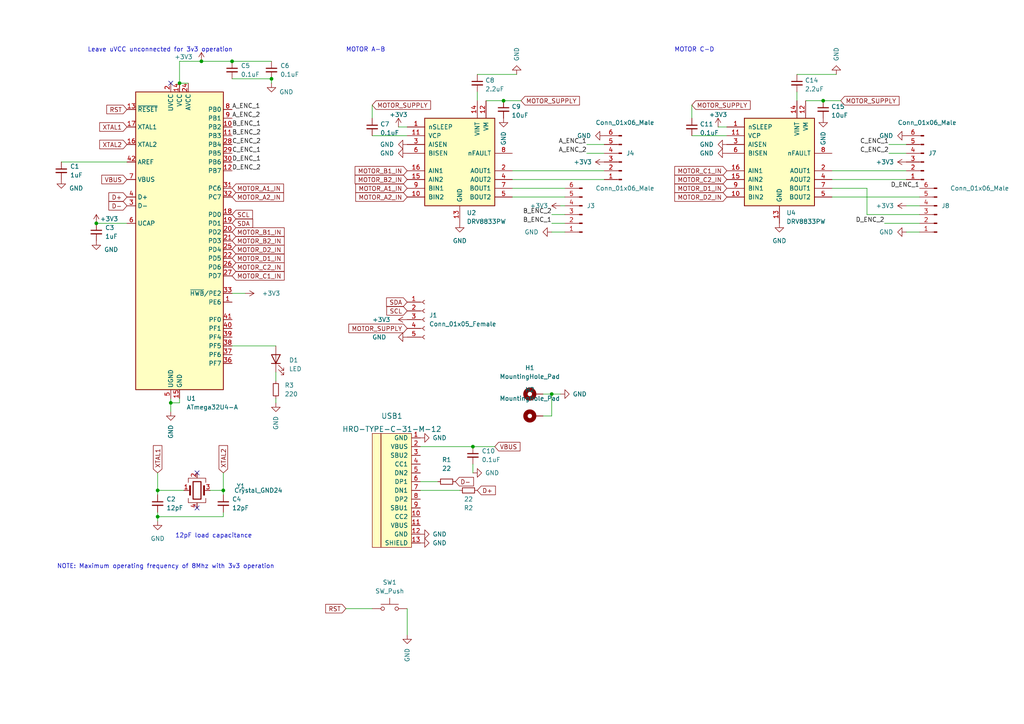
<source format=kicad_sch>
(kicad_sch (version 20211123) (generator eeschema)
  (paper "A4")
  (lib_symbols
    (symbol "Connector:Conn_01x05_Female" (pin_names (offset 1.016) hide)
      (property "Reference" "J" (at 0 7.62 0))
      (property "Value" "Conn_01x05_Female" (at 0 -7.62 0))
      (symbol "Conn_01x05_Female_1_1"
        (arc (start 0 -4.572) (mid -0.508 -5.08) (end 0 -5.588) (stroke (width 0.1524)))
        (arc (start 0 -2.032) (mid -0.508 -2.54) (end 0 -3.048) (stroke (width 0.1524)))
        (polyline (pts (xy -1.27 -5.08) (xy -0.508 -5.08)) (stroke (width 0.1524)))
        (polyline (pts (xy -1.27 -2.54) (xy -0.508 -2.54)) (stroke (width 0.1524)))
        (polyline (pts (xy -1.27 0) (xy -0.508 0)) (stroke (width 0.1524)))
        (polyline (pts (xy -1.27 2.54) (xy -0.508 2.54)) (stroke (width 0.1524)))
        (polyline (pts (xy -1.27 5.08) (xy -0.508 5.08)) (stroke (width 0.1524)))
        (arc (start 0 0.508) (mid -0.508 0) (end 0 -0.508) (stroke (width 0.1524)))
        (arc (start 0 3.048) (mid -0.508 2.54) (end 0 2.032) (stroke (width 0.1524)))
        (arc (start 0 5.588) (mid -0.508 5.08) (end 0 4.572) (stroke (width 0.1524)))
        (pin passive line (at -5.08 5.08 0) (length 3.81) (name "Pin_1") (number "1"))
        (pin passive line (at -5.08 2.54 0) (length 3.81) (name "Pin_2") (number "2"))
        (pin passive line (at -5.08 0 0) (length 3.81) (name "Pin_3") (number "3"))
        (pin passive line (at -5.08 -2.54 0) (length 3.81) (name "Pin_4") (number "4"))
        (pin passive line (at -5.08 -5.08 0) (length 3.81) (name "Pin_5") (number "5"))
      )
    )
    (symbol "Connector:Conn_01x06_Male" (pin_names (offset 1.016) hide)
      (property "Reference" "J" (at 0 7.62 0))
      (property "Value" "Conn_01x06_Male" (at 0 -10.16 0))
      (symbol "Conn_01x06_Male_1_1"
        (polyline (pts (xy 1.27 -7.62) (xy 0.8636 -7.62)) (stroke (width 0.1524)))
        (polyline (pts (xy 1.27 -5.08) (xy 0.8636 -5.08)) (stroke (width 0.1524)))
        (polyline (pts (xy 1.27 -2.54) (xy 0.8636 -2.54)) (stroke (width 0.1524)))
        (polyline (pts (xy 1.27 0) (xy 0.8636 0)) (stroke (width 0.1524)))
        (polyline (pts (xy 1.27 2.54) (xy 0.8636 2.54)) (stroke (width 0.1524)))
        (polyline (pts (xy 1.27 5.08) (xy 0.8636 5.08)) (stroke (width 0.1524)))
        (rectangle (start 0.8636 -7.493) (end 0 -7.747) (stroke (width 0.1524)) (fill (type outline)))
        (rectangle (start 0.8636 -4.953) (end 0 -5.207) (stroke (width 0.1524)) (fill (type outline)))
        (rectangle (start 0.8636 -2.413) (end 0 -2.667) (stroke (width 0.1524)) (fill (type outline)))
        (rectangle (start 0.8636 0.127) (end 0 -0.127) (stroke (width 0.1524)) (fill (type outline)))
        (rectangle (start 0.8636 2.667) (end 0 2.413) (stroke (width 0.1524)) (fill (type outline)))
        (rectangle (start 0.8636 5.207) (end 0 4.953) (stroke (width 0.1524)) (fill (type outline)))
        (pin passive line (at 5.08 5.08 180) (length 3.81) (name "Pin_1") (number "1"))
        (pin passive line (at 5.08 2.54 180) (length 3.81) (name "Pin_2") (number "2"))
        (pin passive line (at 5.08 0 180) (length 3.81) (name "Pin_3") (number "3"))
        (pin passive line (at 5.08 -2.54 180) (length 3.81) (name "Pin_4") (number "4"))
        (pin passive line (at 5.08 -5.08 180) (length 3.81) (name "Pin_5") (number "5"))
        (pin passive line (at 5.08 -7.62 180) (length 3.81) (name "Pin_6") (number "6"))
      )
    )
    (symbol "Device:C_Small" (pin_numbers hide) (pin_names (offset 0.254) hide)
      (property "Reference" "C" (at 0.254 1.778 0))
      (property "Value" "C_Small" (at 0.254 -2.032 0))
      (symbol "C_Small_0_1"
        (polyline (pts (xy -1.524 -0.508) (xy 1.524 -0.508)) (stroke (width 0.3302)))
        (polyline (pts (xy -1.524 0.508) (xy 1.524 0.508)) (stroke (width 0.3048)))
      )
      (symbol "C_Small_1_1"
        (pin passive line (at 0 2.54 270) (length 2.032) (name "~") (number "1"))
        (pin passive line (at 0 -2.54 90) (length 2.032) (name "~") (number "2"))
      )
    )
    (symbol "Device:Crystal_GND24" (pin_names (offset 1.016) hide)
      (property "Reference" "Y" (at 3.175 5.08 0))
      (property "Value" "Crystal_GND24" (at 3.175 3.175 0))
      (symbol "Crystal_GND24_0_1"
        (rectangle (start -1.143 2.54) (end 1.143 -2.54) (stroke (width 0.3048)))
        (polyline (pts (xy -2.54 0) (xy -2.032 0)))
        (polyline (pts (xy -2.032 -1.27) (xy -2.032 1.27)) (stroke (width 0.508)))
        (polyline (pts (xy 0 -3.81) (xy 0 -3.556)))
        (polyline (pts (xy 0 3.556) (xy 0 3.81)))
        (polyline (pts (xy 2.032 -1.27) (xy 2.032 1.27)) (stroke (width 0.508)))
        (polyline (pts (xy 2.032 0) (xy 2.54 0)))
        (polyline (pts (xy -2.54 -2.286) (xy -2.54 -3.556) (xy 2.54 -3.556) (xy 2.54 -2.286)))
        (polyline (pts (xy -2.54 2.286) (xy -2.54 3.556) (xy 2.54 3.556) (xy 2.54 2.286)))
      )
      (symbol "Crystal_GND24_1_1"
        (pin passive line (at -3.81 0 0) (length 1.27) (name "1") (number "1"))
        (pin passive line (at 0 5.08 270) (length 1.27) (name "2") (number "2"))
        (pin passive line (at 3.81 0 180) (length 1.27) (name "3") (number "3"))
        (pin passive line (at 0 -5.08 90) (length 1.27) (name "4") (number "4"))
      )
    )
    (symbol "Device:LED" (pin_numbers hide) (pin_names (offset 1.016) hide)
      (property "Reference" "D" (at 0 2.54 0))
      (property "Value" "LED" (at 0 -2.54 0))
      (symbol "LED_0_1"
        (polyline (pts (xy -1.27 -1.27) (xy -1.27 1.27)) (stroke (width 0.254)))
        (polyline (pts (xy -1.27 0) (xy 1.27 0)))
        (polyline (pts (xy 1.27 -1.27) (xy 1.27 1.27) (xy -1.27 0) (xy 1.27 -1.27)) (stroke (width 0.254)))
        (polyline (pts (xy -3.048 -0.762) (xy -4.572 -2.286) (xy -3.81 -2.286) (xy -4.572 -2.286) (xy -4.572 -1.524)))
        (polyline (pts (xy -1.778 -0.762) (xy -3.302 -2.286) (xy -2.54 -2.286) (xy -3.302 -2.286) (xy -3.302 -1.524)))
      )
      (symbol "LED_1_1"
        (pin passive line (at -3.81 0 0) (length 2.54) (name "K") (number "1"))
        (pin passive line (at 3.81 0 180) (length 2.54) (name "A") (number "2"))
      )
    )
    (symbol "Device:R_Small" (pin_numbers hide) (pin_names (offset 0.254) hide)
      (property "Reference" "R" (at 0.762 0.508 0))
      (property "Value" "R_Small" (at 0.762 -1.016 0))
      (symbol "R_Small_0_1"
        (rectangle (start -0.762 1.778) (end 0.762 -1.778) (stroke (width 0.2032)))
      )
      (symbol "R_Small_1_1"
        (pin passive line (at 0 2.54 270) (length 0.762) (name "~") (number "1"))
        (pin passive line (at 0 -2.54 90) (length 0.762) (name "~") (number "2"))
      )
    )
    (symbol "Driver_Motor:DRV8833PW" (pin_names (offset 1.016))
      (property "Reference" "U" (at -3.81 16.51 0))
      (property "Value" "DRV8833PW" (at -3.81 13.97 0))
      (symbol "DRV8833PW_0_1"
        (rectangle (start -10.16 12.7) (end 10.16 -12.7) (stroke (width 0.254)) (fill (type background)))
      )
      (symbol "DRV8833PW_1_1"
        (pin input line (at -15.24 10.16 0) (length 5.08) (name "nSLEEP") (number "1"))
        (pin input line (at -15.24 -10.16 0) (length 5.08) (name "BIN2") (number "10"))
        (pin bidirectional line (at -15.24 7.62 0) (length 5.08) (name "VCP") (number "11"))
        (pin power_in line (at 7.62 17.78 270) (length 5.08) (name "VM") (number "12"))
        (pin power_in line (at 0 -17.78 90) (length 5.08) (name "GND") (number "13"))
        (pin power_in line (at 5.08 17.78 270) (length 5.08) (name "VINT") (number "14"))
        (pin input line (at -15.24 -5.08 0) (length 5.08) (name "AIN2") (number "15"))
        (pin input line (at -15.24 -2.54 0) (length 5.08) (name "AIN1") (number "16"))
        (pin power_out line (at 15.24 -2.54 180) (length 5.08) (name "AOUT1") (number "2"))
        (pin bidirectional line (at -15.24 5.08 0) (length 5.08) (name "AISEN") (number "3"))
        (pin power_out line (at 15.24 -5.08 180) (length 5.08) (name "AOUT2") (number "4"))
        (pin power_out line (at 15.24 -10.16 180) (length 5.08) (name "BOUT2") (number "5"))
        (pin bidirectional line (at -15.24 2.54 0) (length 5.08) (name "BISEN") (number "6"))
        (pin power_out line (at 15.24 -7.62 180) (length 5.08) (name "BOUT1") (number "7"))
        (pin open_collector line (at 15.24 2.54 180) (length 5.08) (name "nFAULT") (number "8"))
        (pin input line (at -15.24 -7.62 0) (length 5.08) (name "BIN1") (number "9"))
      )
    )
    (symbol "MCU_Microchip_ATmega:ATmega32U4-A"
      (property "Reference" "U" (at -12.7 44.45 0))
      (property "Value" "ATmega32U4-A" (at 2.54 -44.45 0))
      (symbol "ATmega32U4-A_0_1"
        (rectangle (start -12.7 -43.18) (end 12.7 43.18) (stroke (width 0.254)) (fill (type background)))
      )
      (symbol "ATmega32U4-A_1_1"
        (pin bidirectional line (at 15.24 -17.78 180) (length 2.54) (name "PE6") (number "1"))
        (pin bidirectional line (at 15.24 33.02 180) (length 2.54) (name "PB2") (number "10"))
        (pin bidirectional line (at 15.24 30.48 180) (length 2.54) (name "PB3") (number "11"))
        (pin bidirectional line (at 15.24 20.32 180) (length 2.54) (name "PB7") (number "12"))
        (pin input line (at -15.24 38.1 0) (length 2.54) (name "~{RESET}") (number "13"))
        (pin power_in line (at 0 45.72 270) (length 2.54) (name "VCC") (number "14"))
        (pin power_in line (at 0 -45.72 90) (length 2.54) (name "GND") (number "15"))
        (pin output line (at -15.24 27.94 0) (length 2.54) (name "XTAL2") (number "16"))
        (pin input line (at -15.24 33.02 0) (length 2.54) (name "XTAL1") (number "17"))
        (pin bidirectional line (at 15.24 7.62 180) (length 2.54) (name "PD0") (number "18"))
        (pin bidirectional line (at 15.24 5.08 180) (length 2.54) (name "PD1") (number "19"))
        (pin power_in line (at -2.54 45.72 270) (length 2.54) (name "UVCC") (number "2"))
        (pin bidirectional line (at 15.24 2.54 180) (length 2.54) (name "PD2") (number "20"))
        (pin bidirectional line (at 15.24 0 180) (length 2.54) (name "PD3") (number "21"))
        (pin bidirectional line (at 15.24 -5.08 180) (length 2.54) (name "PD5") (number "22"))
        (pin passive line (at 0 -45.72 90) (length 2.54) hide (name "GND") (number "23"))
        (pin power_in line (at 2.54 45.72 270) (length 2.54) (name "AVCC") (number "24"))
        (pin bidirectional line (at 15.24 -2.54 180) (length 2.54) (name "PD4") (number "25"))
        (pin bidirectional line (at 15.24 -7.62 180) (length 2.54) (name "PD6") (number "26"))
        (pin bidirectional line (at 15.24 -10.16 180) (length 2.54) (name "PD7") (number "27"))
        (pin bidirectional line (at 15.24 27.94 180) (length 2.54) (name "PB4") (number "28"))
        (pin bidirectional line (at 15.24 25.4 180) (length 2.54) (name "PB5") (number "29"))
        (pin bidirectional line (at -15.24 10.16 0) (length 2.54) (name "D-") (number "3"))
        (pin bidirectional line (at 15.24 22.86 180) (length 2.54) (name "PB6") (number "30"))
        (pin bidirectional line (at 15.24 15.24 180) (length 2.54) (name "PC6") (number "31"))
        (pin bidirectional line (at 15.24 12.7 180) (length 2.54) (name "PC7") (number "32"))
        (pin bidirectional line (at 15.24 -15.24 180) (length 2.54) (name "~{HWB}/PE2") (number "33"))
        (pin passive line (at 0 45.72 270) (length 2.54) hide (name "VCC") (number "34"))
        (pin passive line (at 0 -45.72 90) (length 2.54) hide (name "GND") (number "35"))
        (pin bidirectional line (at 15.24 -35.56 180) (length 2.54) (name "PF7") (number "36"))
        (pin bidirectional line (at 15.24 -33.02 180) (length 2.54) (name "PF6") (number "37"))
        (pin bidirectional line (at 15.24 -30.48 180) (length 2.54) (name "PF5") (number "38"))
        (pin bidirectional line (at 15.24 -27.94 180) (length 2.54) (name "PF4") (number "39"))
        (pin bidirectional line (at -15.24 12.7 0) (length 2.54) (name "D+") (number "4"))
        (pin bidirectional line (at 15.24 -25.4 180) (length 2.54) (name "PF1") (number "40"))
        (pin bidirectional line (at 15.24 -22.86 180) (length 2.54) (name "PF0") (number "41"))
        (pin passive line (at -15.24 22.86 0) (length 2.54) (name "AREF") (number "42"))
        (pin passive line (at 0 -45.72 90) (length 2.54) hide (name "GND") (number "43"))
        (pin passive line (at 2.54 45.72 270) (length 2.54) hide (name "AVCC") (number "44"))
        (pin passive line (at -2.54 -45.72 90) (length 2.54) (name "UGND") (number "5"))
        (pin passive line (at -15.24 5.08 0) (length 2.54) (name "UCAP") (number "6"))
        (pin input line (at -15.24 17.78 0) (length 2.54) (name "VBUS") (number "7"))
        (pin bidirectional line (at 15.24 38.1 180) (length 2.54) (name "PB0") (number "8"))
        (pin bidirectional line (at 15.24 35.56 180) (length 2.54) (name "PB1") (number "9"))
      )
    )
    (symbol "Mechanical:MountingHole_Pad" (pin_numbers hide) (pin_names (offset 1.016) hide)
      (property "Reference" "H" (at 0 6.35 0))
      (property "Value" "MountingHole_Pad" (at 0 4.445 0))
      (symbol "MountingHole_Pad_0_1"
        (circle (center 0 1.27) (radius 1.27) (stroke (width 1.27)))
      )
      (symbol "MountingHole_Pad_1_1"
        (pin input line (at 0 -2.54 90) (length 2.54) (name "1") (number "1"))
      )
    )
    (symbol "Switch:SW_Push" (pin_numbers hide) (pin_names (offset 1.016) hide)
      (property "Reference" "SW" (at 1.27 2.54 0))
      (property "Value" "SW_Push" (at 0 -1.524 0))
      (symbol "SW_Push_0_1"
        (circle (center -2.032 0) (radius 0.508))
        (polyline (pts (xy 0 1.27) (xy 0 3.048)))
        (polyline (pts (xy 2.54 1.27) (xy -2.54 1.27)))
        (circle (center 2.032 0) (radius 0.508))
        (pin passive line (at -5.08 0 0) (length 2.54) (name "1") (number "1"))
        (pin passive line (at 5.08 0 180) (length 2.54) (name "2") (number "2"))
      )
    )
    (symbol "Type-C:HRO-TYPE-C-31-M-12" (pin_names (offset 1.016))
      (property "Reference" "USB" (at -5.08 16.51 0))
      (property "Value" "HRO-TYPE-C-31-M-12" (at -10.16 -1.27 90))
      (symbol "HRO-TYPE-C-31-M-12_0_1"
        (rectangle (start -11.43 15.24) (end -8.89 -17.78) (fill (type background)))
        (rectangle (start 0 -17.78) (end -8.89 15.24) (fill (type background)))
      )
      (symbol "HRO-TYPE-C-31-M-12_1_1"
        (pin input line (at 2.54 13.97 180) (length 2.54) (name "GND") (number "1"))
        (pin input line (at 2.54 -8.89 180) (length 2.54) (name "CC2") (number "10"))
        (pin input line (at 2.54 -11.43 180) (length 2.54) (name "VBUS") (number "11"))
        (pin input line (at 2.54 -13.97 180) (length 2.54) (name "GND") (number "12"))
        (pin input line (at 2.54 -16.51 180) (length 2.54) (name "SHIELD") (number "13"))
        (pin input line (at 2.54 11.43 180) (length 2.54) (name "VBUS") (number "2"))
        (pin input line (at 2.54 8.89 180) (length 2.54) (name "SBU2") (number "3"))
        (pin input line (at 2.54 6.35 180) (length 2.54) (name "CC1") (number "4"))
        (pin input line (at 2.54 3.81 180) (length 2.54) (name "DN2") (number "5"))
        (pin input line (at 2.54 1.27 180) (length 2.54) (name "DP1") (number "6"))
        (pin input line (at 2.54 -1.27 180) (length 2.54) (name "DN1") (number "7"))
        (pin input line (at 2.54 -3.81 180) (length 2.54) (name "DP2") (number "8"))
        (pin input line (at 2.54 -6.35 180) (length 2.54) (name "SBU1") (number "9"))
      )
    )
    (symbol "power:+3V3" (power) (pin_names (offset 0))
      (property "Value" "+3V3" (at 0 3.556 0))
      (symbol "+3V3_0_1"
        (polyline (pts (xy -0.762 1.27) (xy 0 2.54)))
        (polyline (pts (xy 0 0) (xy 0 2.54)))
        (polyline (pts (xy 0 2.54) (xy 0.762 1.27)))
      )
      (symbol "+3V3_1_1"
        (pin power_in line (at 0 0 90) (length 0) hide (name "+3V3") (number "1"))
      )
    )
    (symbol "power:GND" (power) (pin_names (offset 0))
      (property "Value" "GND" (at 0 -3.81 0))
      (symbol "GND_0_1"
        (polyline (pts (xy 0 0) (xy 0 -1.27) (xy 1.27 -1.27) (xy 0 -2.54) (xy -1.27 -1.27) (xy 0 -1.27)))
      )
      (symbol "GND_1_1"
        (pin power_in line (at 0 0 270) (length 0) hide (name "GND") (number "1"))
      )
    )
  )
  (junction (at 146.05 29.21))
  (junction (at 49.53 116.84))
  (junction (at 52.07 24.13))
  (junction (at 45.72 149.86))
  (junction (at 27.94 64.77))
  (junction (at 238.76 29.21))
  (junction (at 45.72 142.24))
  (junction (at 137.16 129.54))
  (junction (at 78.74 22.86))
  (junction (at 64.77 142.24))
  (junction (at 58.42 17.78))
  (junction (at 67.31 17.78))
  (junction (at 160.02 114.3))
  (no_connect (at 57.15 147.32))
  (no_connect (at 57.15 137.16))
  (no_connect (at 49.53 24.13))
  (wire (pts (xy 137.16 129.54) (xy 121.92 129.54)))
  (wire (pts (xy 27.94 64.77) (xy 36.83 64.77)))
  (wire (pts (xy 67.31 100.33) (xy 80.01 100.33)))
  (wire (pts (xy 52.07 115.57) (xy 52.07 116.84)))
  (wire (pts (xy 241.3 54.61) (xy 251.46 54.61)))
  (wire (pts (xy 241.3 52.07) (xy 262.89 52.07)))
  (wire (pts (xy 45.72 137.16) (xy 45.72 142.24)))
  (wire (pts (xy 251.46 54.61) (xy 251.46 62.23)))
  (wire (pts (xy 251.46 62.23) (xy 266.7 62.23)))
  (wire (pts (xy 143.51 129.54) (xy 137.16 129.54)))
  (wire (pts (xy 138.43 21.59) (xy 149.86 21.59)))
  (wire (pts (xy 148.59 52.07) (xy 175.26 52.07)))
  (wire (pts (xy 170.18 41.91) (xy 175.26 41.91)))
  (wire (pts (xy 80.01 115.57) (xy 80.01 116.84)))
  (wire (pts (xy 243.84 29.21) (xy 238.76 29.21)))
  (wire (pts (xy 64.77 148.59) (xy 64.77 149.86)))
  (wire (pts (xy 163.83 59.69) (xy 162.56 59.69)))
  (wire (pts (xy 157.48 114.3) (xy 160.02 114.3)))
  (wire (pts (xy 256.54 64.77) (xy 266.7 64.77)))
  (wire (pts (xy 107.95 30.48) (xy 107.95 34.29)))
  (wire (pts (xy 64.77 137.16) (xy 64.77 142.24)))
  (wire (pts (xy 80.01 107.95) (xy 80.01 110.49)))
  (wire (pts (xy 17.78 46.99) (xy 36.83 46.99)))
  (wire (pts (xy 170.18 44.45) (xy 175.26 44.45)))
  (wire (pts (xy 45.72 142.24) (xy 53.34 142.24)))
  (wire (pts (xy 257.81 41.91) (xy 262.89 41.91)))
  (wire (pts (xy 146.05 29.21) (xy 140.97 29.21)))
  (wire (pts (xy 138.43 26.67) (xy 138.43 29.21)))
  (wire (pts (xy 49.53 116.84) (xy 49.53 119.38)))
  (wire (pts (xy 60.96 142.24) (xy 64.77 142.24)))
  (wire (pts (xy 121.92 142.24) (xy 133.35 142.24)))
  (wire (pts (xy 231.14 26.67) (xy 231.14 29.21)))
  (wire (pts (xy 78.74 24.13) (xy 78.74 22.86)))
  (wire (pts (xy 231.14 21.59) (xy 242.57 21.59)))
  (wire (pts (xy 118.11 176.53) (xy 118.11 184.15)))
  (wire (pts (xy 160.02 120.65) (xy 160.02 114.3)))
  (wire (pts (xy 266.7 67.31) (xy 262.89 67.31)))
  (wire (pts (xy 151.13 29.21) (xy 146.05 29.21)))
  (wire (pts (xy 67.31 17.78) (xy 78.74 17.78)))
  (wire (pts (xy 67.31 85.09) (xy 71.12 85.09)))
  (wire (pts (xy 45.72 148.59) (xy 45.72 149.86)))
  (wire (pts (xy 64.77 142.24) (xy 64.77 143.51)))
  (wire (pts (xy 160.02 62.23) (xy 163.83 62.23)))
  (wire (pts (xy 200.66 39.37) (xy 210.82 39.37)))
  (wire (pts (xy 67.31 22.86) (xy 78.74 22.86)))
  (wire (pts (xy 241.3 49.53) (xy 262.89 49.53)))
  (wire (pts (xy 266.7 59.69) (xy 262.89 59.69)))
  (wire (pts (xy 52.07 17.78) (xy 52.07 24.13)))
  (wire (pts (xy 64.77 149.86) (xy 45.72 149.86)))
  (wire (pts (xy 148.59 49.53) (xy 175.26 49.53)))
  (wire (pts (xy 58.42 17.78) (xy 52.07 17.78)))
  (wire (pts (xy 52.07 24.13) (xy 54.61 24.13)))
  (wire (pts (xy 107.95 39.37) (xy 118.11 39.37)))
  (wire (pts (xy 157.48 120.65) (xy 160.02 120.65)))
  (wire (pts (xy 163.83 54.61) (xy 148.59 54.61)))
  (wire (pts (xy 163.83 57.15) (xy 148.59 57.15)))
  (wire (pts (xy 200.66 30.48) (xy 200.66 34.29)))
  (wire (pts (xy 100.33 176.53) (xy 107.95 176.53)))
  (wire (pts (xy 52.07 116.84) (xy 49.53 116.84)))
  (wire (pts (xy 49.53 115.57) (xy 49.53 116.84)))
  (wire (pts (xy 160.02 114.3) (xy 162.56 114.3)))
  (wire (pts (xy 241.3 57.15) (xy 266.7 57.15)))
  (wire (pts (xy 160.02 67.31) (xy 163.83 67.31)))
  (wire (pts (xy 257.81 44.45) (xy 262.89 44.45)))
  (wire (pts (xy 137.16 134.62) (xy 137.16 137.16)))
  (wire (pts (xy 45.72 149.86) (xy 45.72 151.13)))
  (wire (pts (xy 238.76 29.21) (xy 233.68 29.21)))
  (wire (pts (xy 115.57 36.83) (xy 118.11 36.83)))
  (wire (pts (xy 160.02 64.77) (xy 163.83 64.77)))
  (wire (pts (xy 58.42 17.78) (xy 67.31 17.78)))
  (wire (pts (xy 45.72 142.24) (xy 45.72 143.51)))
  (wire (pts (xy 208.28 36.83) (xy 210.82 36.83)))
  (wire (pts (xy 121.92 139.7) (xy 127 139.7)))
  (text "12pF load capacitance" (at 50.8 156.21 0) (effects (font (size 1.27 1.27)) (justify left bottom)))
  (text "MOTOR C-D\n" (at 195.58 15.24 0) (effects (font (size 1.27 1.27)) (justify left bottom)))
  (text "Leave uVCC unconnected for 3v3 operation\n" (at 25.4 15.24 0) (effects (font (size 1.27 1.27)) (justify left bottom)))
  (text "NOTE: Maximum operating frequency of 8Mhz with 3v3 operation" (at 16.51 165.1 0) (effects (font (size 1.27 1.27)) (justify left bottom)))
  (text "MOTOR A-B\n" (at 100.33 15.24 0) (effects (font (size 1.27 1.27)) (justify left bottom)))
  (label "C_ENC_2" (at 257.81 44.45 180))
  (label "D_ENC_2" (at 67.31 49.53 0))
  (label "C_ENC_1" (at 67.31 44.45 0))
  (label "B_ENC_1" (at 67.31 36.83 0))
  (label "B_ENC_2" (at 160.02 62.23 180))
  (label "A_ENC_1" (at 170.18 41.91 180))
  (label "D_ENC_2" (at 256.54 64.77 180))
  (label "B_ENC_1" (at 160.02 64.77 180))
  (label "A_ENC_1" (at 67.31 31.75 0))
  (label "D_ENC_1" (at 266.7 54.61 180))
  (label "A_ENC_2" (at 67.31 34.29 0))
  (label "B_ENC_2" (at 67.31 39.37 0))
  (label "C_ENC_2" (at 67.31 41.91 0))
  (label "A_ENC_2" (at 170.18 44.45 180))
  (label "C_ENC_1" (at 257.81 41.91 180))
  (label "D_ENC_1" (at 67.31 46.99 0))
  (global_label "XTAL2" (shape input) (at 36.83 41.91 180) (property "Intersheet References" "${INTERSHEET_REFS}" (effects hide)))
  (global_label "MOTOR_C2_IN" (shape input) (at 210.82 52.07 180) (property "Intersheet References" "${INTERSHEET_REFS}" (effects hide)))
  (global_label "RST" (shape input) (at 100.33 176.53 180) (property "Intersheet References" "${INTERSHEET_REFS}" (effects hide)))
  (global_label "VBUS" (shape input) (at 36.83 52.07 180) (property "Intersheet References" "${INTERSHEET_REFS}" (effects hide)))
  (global_label "SDA" (shape input) (at 67.31 64.77 0) (property "Intersheet References" "${INTERSHEET_REFS}" (effects hide)))
  (global_label "MOTOR_SUPPLY" (shape input) (at 200.66 30.48 0) (property "Intersheet References" "${INTERSHEET_REFS}" (effects hide)))
  (global_label "RST" (shape input) (at 36.83 31.75 180) (property "Intersheet References" "${INTERSHEET_REFS}" (effects hide)))
  (global_label "MOTOR_SUPPLY" (shape input) (at 243.84 29.21 0) (property "Intersheet References" "${INTERSHEET_REFS}" (effects hide)))
  (global_label "MOTOR_D2_IN" (shape input) (at 210.82 57.15 180) (property "Intersheet References" "${INTERSHEET_REFS}" (effects hide)))
  (global_label "XTAL1" (shape input) (at 45.72 137.16 90) (property "Intersheet References" "${INTERSHEET_REFS}" (effects hide)))
  (global_label "MOTOR_A1_IN" (shape input) (at 67.31 54.61 0) (property "Intersheet References" "${INTERSHEET_REFS}" (effects hide)))
  (global_label "D+" (shape input) (at 138.43 142.24 0) (property "Intersheet References" "${INTERSHEET_REFS}" (effects hide)))
  (global_label "MOTOR_D1_IN" (shape input) (at 67.31 74.93 0) (property "Intersheet References" "${INTERSHEET_REFS}" (effects hide)))
  (global_label "MOTOR_D1_IN" (shape input) (at 210.82 54.61 180) (property "Intersheet References" "${INTERSHEET_REFS}" (effects hide)))
  (global_label "SCL" (shape input) (at 67.31 62.23 0) (property "Intersheet References" "${INTERSHEET_REFS}" (effects hide)))
  (global_label "D+" (shape input) (at 36.83 57.15 180) (property "Intersheet References" "${INTERSHEET_REFS}" (effects hide)))
  (global_label "D-" (shape input) (at 132.08 139.7 0) (property "Intersheet References" "${INTERSHEET_REFS}" (effects hide)))
  (global_label "MOTOR_A2_IN" (shape input) (at 118.11 57.15 180) (property "Intersheet References" "${INTERSHEET_REFS}" (effects hide)))
  (global_label "MOTOR_D2_IN" (shape input) (at 67.31 72.39 0) (property "Intersheet References" "${INTERSHEET_REFS}" (effects hide)))
  (global_label "D-" (shape input) (at 36.83 59.69 180) (property "Intersheet References" "${INTERSHEET_REFS}" (effects hide)))
  (global_label "SDA" (shape input) (at 118.11 87.63 180) (property "Intersheet References" "${INTERSHEET_REFS}" (effects hide)))
  (global_label "XTAL2" (shape input) (at 64.77 137.16 90) (property "Intersheet References" "${INTERSHEET_REFS}" (effects hide)))
  (global_label "MOTOR_SUPPLY" (shape input) (at 151.13 29.21 0) (property "Intersheet References" "${INTERSHEET_REFS}" (effects hide)))
  (global_label "MOTOR_A2_IN" (shape input) (at 67.31 57.15 0) (property "Intersheet References" "${INTERSHEET_REFS}" (effects hide)))
  (global_label "SCL" (shape input) (at 118.11 90.17 180) (property "Intersheet References" "${INTERSHEET_REFS}" (effects hide)))
  (global_label "MOTOR_B2_IN" (shape input) (at 67.31 69.85 0) (property "Intersheet References" "${INTERSHEET_REFS}" (effects hide)))
  (global_label "MOTOR_B2_IN" (shape input) (at 118.11 52.07 180) (property "Intersheet References" "${INTERSHEET_REFS}" (effects hide)))
  (global_label "VBUS" (shape input) (at 143.51 129.54 0) (property "Intersheet References" "${INTERSHEET_REFS}" (effects hide)))
  (global_label "MOTOR_B1_IN" (shape input) (at 118.11 49.53 180) (property "Intersheet References" "${INTERSHEET_REFS}" (effects hide)))
  (global_label "MOTOR_C2_IN" (shape input) (at 67.31 77.47 0) (property "Intersheet References" "${INTERSHEET_REFS}" (effects hide)))
  (global_label "MOTOR_C1_IN" (shape input) (at 67.31 80.01 0) (property "Intersheet References" "${INTERSHEET_REFS}" (effects hide)))
  (global_label "MOTOR_SUPPLY" (shape input) (at 107.95 30.48 0) (property "Intersheet References" "${INTERSHEET_REFS}" (effects hide)))
  (global_label "MOTOR_C1_IN" (shape input) (at 210.82 49.53 180) (property "Intersheet References" "${INTERSHEET_REFS}" (effects hide)))
  (global_label "MOTOR_B1_IN" (shape input) (at 67.31 67.31 0) (property "Intersheet References" "${INTERSHEET_REFS}" (effects hide)))
  (global_label "XTAL1" (shape input) (at 36.83 36.83 180) (property "Intersheet References" "${INTERSHEET_REFS}" (effects hide)))
  (global_label "MOTOR_A1_IN" (shape input) (at 118.11 54.61 180) (property "Intersheet References" "${INTERSHEET_REFS}" (effects hide)))
  (global_label "MOTOR_SUPPLY" (shape input) (at 118.11 95.25 180) (property "Intersheet References" "${INTERSHEET_REFS}" (effects hide)))
  (symbol (lib_id "Device:C_Small") (at 107.95 36.83 0) (unit 1)
    (property "Reference" "C7" (at 110.2741 36.0016 0) (effects (justify left)))
    (property "Value" "0.1uF" (at 110.2741 38.5385 0) (effects (justify left)))
    (property "Footprint" "Capacitor_SMD:C_0402_1005Metric" (effects hide))
    (property "LCSC" "C141382" (effects hide))
  )
  (symbol (lib_id "Connector:Conn_01x06_Male") (at 267.97 46.99 180) (unit 1)
    (property "Reference" "J7" (at 269.24 44.4499 0) (effects (justify right)))
    (property "Value" "Conn_01x06_Male" (at 260.35 35.56 0) (effects (justify right)))
    (property "Footprint" "Connector_PinHeader_1.27mm:PinHeader_1x06_P1.27mm_Vertical" (effects hide))
  )
  (symbol (lib_id "Mechanical:MountingHole_Pad") (at 154.94 114.3 90) (unit 1)
    (property "Reference" "H1" (at 153.67 106.68 90))
    (property "Value" "MountingHole_Pad" (at 153.67 109.22 90))
    (property "Footprint" "MountingHole:MountingHole_2.2mm_M2_DIN965_Pad" (effects hide))
  )
  (symbol (lib_id "Device:C_Small") (at 64.77 146.05 0) (unit 1)
    (property "Reference" "C4" (at 67.31 144.7862 0) (effects (justify left)))
    (property "Value" "12pF" (at 67.31 147.3262 0) (effects (justify left)))
    (property "Footprint" "Capacitor_SMD:C_0402_1005Metric" (effects hide))
    (property "LCSC" "C106201" (effects hide))
  )
  (symbol (lib_id "power:GND") (at 80.01 116.84 0) (unit 1)
    (property "Reference" "#PWR0136" (effects hide))
    (property "Value" "GND" (at 80.01 120.65 90) (effects (justify right)))
  )
  (symbol (lib_id "Device:Crystal_GND24") (at 57.15 142.24 0) (unit 1)
    (property "Reference" "Y1" (at 69.85 140.97 0))
    (property "Value" "Crystal_GND24" (at 74.93 142.24 0))
    (property "Footprint" "Crystal:Crystal_SMD_3225-4Pin_3.2x2.5mm" (effects hide))
    (property "LCSC" "C253723" (effects hide))
  )
  (symbol (lib_id "power:GND") (at 149.86 21.59 180) (unit 1)
    (property "Reference" "#PWR0113" (effects hide))
    (property "Value" "GND" (at 149.86 17.78 90) (effects (justify right)))
  )
  (symbol (lib_id "Device:C_Small") (at 27.94 67.31 0) (unit 1)
    (property "Reference" "C3" (at 30.48 66.0462 0) (effects (justify left)))
    (property "Value" "1uF" (at 30.48 68.5862 0) (effects (justify left)))
    (property "Footprint" "Capacitor_SMD:C_0402_1005Metric" (effects hide))
    (property "LCSC" "C106254" (effects hide))
  )
  (symbol (lib_id "power:GND") (at 137.16 137.16 90) (unit 1)
    (property "Reference" "#PWR0137" (effects hide))
    (property "Value" "GND" (at 144.78 137.16 90) (effects (justify left)))
  )
  (symbol (lib_id "power:GND") (at 262.89 67.31 270) (unit 1)
    (property "Reference" "#PWR0104" (effects hide))
    (property "Value" "GND" (at 259.08 67.31 90) (effects (justify right)))
  )
  (symbol (lib_id "power:GND") (at 45.72 151.13 0) (unit 1)
    (property "Reference" "#PWR0120" (effects hide))
    (property "Value" "GND" (at 45.72 156.21 0))
  )
  (symbol (lib_id "Device:LED") (at 80.01 104.14 90) (unit 1)
    (property "Reference" "D1" (at 83.82 104.4574 90) (effects (justify right)))
    (property "Value" "LED" (at 83.82 106.9974 90) (effects (justify right)))
    (property "Footprint" "LED_SMD:LED_0402_1005Metric" (effects hide))
    (property "LCSC" "C273598" (effects hide))
  )
  (symbol (lib_id "power:+3V3") (at 71.12 85.09 270) (unit 1)
    (property "Reference" "#PWR0135" (effects hide))
    (property "Value" "+3V3" (at 81.28 85.09 90) (effects (justify right)))
  )
  (symbol (lib_id "power:GND") (at 162.56 114.3 90) (unit 1)
    (property "Reference" "#PWR0128" (effects hide))
    (property "Value" "GND" (at 170.18 114.3 90) (effects (justify left)))
  )
  (symbol (lib_id "Mechanical:MountingHole_Pad") (at 154.94 120.65 90) (unit 1)
    (property "Reference" "H2" (at 153.67 113.03 90))
    (property "Value" "MountingHole_Pad" (at 153.67 115.57 90))
    (property "Footprint" "MountingHole:MountingHole_2.2mm_M2_DIN965_Pad" (effects hide))
  )
  (symbol (lib_id "power:+3V3") (at 58.42 17.78 0) (unit 1)
    (property "Reference" "#PWR0119" (effects hide))
    (property "Value" "+3V3" (at 55.88 16.51 0) (effects (justify right)))
  )
  (symbol (lib_id "Device:R_Small") (at 129.54 139.7 90) (unit 1)
    (property "Reference" "R1" (at 129.54 133.35 90))
    (property "Value" "22" (at 129.54 135.89 90))
    (property "Footprint" "Resistor_SMD:R_0402_1005Metric" (effects hide))
    (property "LCSC" "C881322" (effects hide))
  )
  (symbol (lib_id "power:+3V3") (at 162.56 59.69 90) (unit 1)
    (property "Reference" "#PWR0115" (effects hide))
    (property "Value" "+3V3" (at 153.67 59.69 90) (effects (justify right)))
  )
  (symbol (lib_id "Device:R_Small") (at 80.01 113.03 0) (unit 1)
    (property "Reference" "R3" (at 82.55 111.7599 0) (effects (justify left)))
    (property "Value" "220" (at 82.55 114.2999 0) (effects (justify left)))
    (property "Footprint" "Resistor_SMD:R_0402_1005Metric" (effects hide))
    (property "LCSC" "C881401" (effects hide))
  )
  (symbol (lib_id "power:GND") (at 121.92 157.48 90) (unit 1)
    (property "Reference" "#PWR0124" (effects hide))
    (property "Value" "GND" (at 129.54 157.48 90) (effects (justify left)))
  )
  (symbol (lib_id "Device:C_Small") (at 238.76 31.75 0) (unit 1)
    (property "Reference" "C15" (at 241.0841 30.9216 0) (effects (justify left)))
    (property "Value" "10uF" (at 241.0841 33.4585 0) (effects (justify left)))
    (property "Footprint" "Capacitor_SMD:C_0402_1005Metric" (effects hide))
    (property "LCSC" "C87148" (effects hide))
  )
  (symbol (lib_id "Type-C:HRO-TYPE-C-31-M-12") (at 119.38 140.97 0) (unit 1)
    (property "Reference" "USB1" (at 113.665 120.65 0) (effects (font (size 1.524 1.524))))
    (property "Value" "HRO-TYPE-C-31-M-12" (at 113.665 124.46 0) (effects (font (size 1.524 1.524))))
    (property "Footprint" "Type-C:HRO-TYPE-C-31-M-12" (effects hide))
    (property "LCSC" "C165948" (effects hide))
  )
  (symbol (lib_id "Switch:SW_Push") (at 113.03 176.53 0) (unit 1)
    (property "Reference" "SW1" (at 113.03 168.91 0))
    (property "Value" "SW_Push" (at 113.03 171.45 0))
    (property "Footprint" "Button_Switch_SMD:SW_SPST_EVPBF" (effects hide))
  )
  (symbol (lib_id "Device:R_Small") (at 135.89 142.24 90) (unit 1)
    (property "Reference" "R2" (at 135.89 147.32 90))
    (property "Value" "22" (at 135.89 144.78 90))
    (property "Footprint" "Resistor_SMD:R_0402_1005Metric" (effects hide))
    (property "LCSC" "C881322" (effects hide))
  )
  (symbol (lib_id "power:GND") (at 262.89 39.37 270) (unit 1)
    (property "Reference" "#PWR0101" (effects hide))
    (property "Value" "GND" (at 259.08 39.37 90) (effects (justify right)))
  )
  (symbol (lib_id "power:GND") (at 118.11 41.91 270) (unit 1)
    (property "Reference" "#PWR0108" (effects hide))
    (property "Value" "GND" (at 114.3 41.91 90) (effects (justify right)))
  )
  (symbol (lib_id "Connector:Conn_01x06_Male") (at 180.34 46.99 180) (unit 1)
    (property "Reference" "J4" (at 181.61 44.4499 0) (effects (justify right)))
    (property "Value" "Conn_01x06_Male" (at 172.72 35.56 0) (effects (justify right)))
    (property "Footprint" "Connector_PinHeader_1.27mm:PinHeader_1x06_P1.27mm_Vertical" (effects hide))
  )
  (symbol (lib_id "power:GND") (at 238.76 34.29 0) (unit 1)
    (property "Reference" "#PWR0106" (effects hide))
    (property "Value" "GND" (at 238.76 38.1 90) (effects (justify right)))
  )
  (symbol (lib_id "power:GND") (at 27.94 69.85 0) (unit 1)
    (property "Reference" "#PWR0134" (effects hide))
    (property "Value" "GND" (at 34.29 72.39 0) (effects (justify right)))
  )
  (symbol (lib_id "Device:C_Small") (at 138.43 24.13 0) (unit 1)
    (property "Reference" "C8" (at 140.7541 23.3016 0) (effects (justify left)))
    (property "Value" "2.2uF" (at 140.7541 25.8385 0) (effects (justify left)))
    (property "Footprint" "Capacitor_SMD:C_0402_1005Metric" (effects hide))
    (property "LCSC" "C76594" (effects hide))
  )
  (symbol (lib_id "MCU_Microchip_ATmega:ATmega32U4-A") (at 52.07 69.85 0) (unit 1)
    (property "Reference" "U1" (at 54.0894 115.57 0) (effects (justify left)))
    (property "Value" "ATmega32U4-A" (at 54.0894 118.11 0) (effects (justify left)))
    (property "Footprint" "Package_QFP:TQFP-44_10x10mm_P0.8mm" (effects hide))
    (property "Datasheet" "http://ww1.microchip.com/downloads/en/DeviceDoc/Atmel-7766-8-bit-AVR-ATmega16U4-32U4_Datasheet.pdf" (effects hide))
    (property "LCSC" "C112161" (effects hide))
  )
  (symbol (lib_id "power:GND") (at 121.92 127 90) (unit 1)
    (property "Reference" "#PWR0122" (effects hide))
    (property "Value" "GND" (at 129.54 127 90) (effects (justify left)))
  )
  (symbol (lib_id "power:+3V3") (at 262.89 59.69 90) (unit 1)
    (property "Reference" "#PWR0103" (effects hide))
    (property "Value" "+3V3" (at 254 59.69 90) (effects (justify right)))
  )
  (symbol (lib_id "power:+3V3") (at 118.11 92.71 90) (unit 1)
    (property "Reference" "#PWR0125" (effects hide))
    (property "Value" "+3V3" (at 107.95 92.71 90) (effects (justify right)))
  )
  (symbol (lib_id "Driver_Motor:DRV8833PW") (at 133.35 46.99 0) (unit 1)
    (property "Reference" "U2" (at 135.3694 61.7204 0) (effects (justify left)))
    (property "Value" "DRV8833PW" (at 135.3694 64.2573 0) (effects (justify left)))
    (property "Footprint" "Package_SO:TSSOP-16_4.4x5mm_P0.65mm" (effects hide))
    (property "Datasheet" "http://www.ti.com/lit/ds/symlink/drv8833.pdf" (effects hide))
    (property "LCSC" "C50506" (effects hide))
  )
  (symbol (lib_id "Device:C_Small") (at 200.66 36.83 0) (unit 1)
    (property "Reference" "C11" (at 202.9841 36.0016 0) (effects (justify left)))
    (property "Value" "0.1uF" (at 202.9841 38.5385 0) (effects (justify left)))
    (property "Footprint" "Capacitor_SMD:C_0402_1005Metric" (effects hide))
    (property "LCSC" "C141382" (effects hide))
  )
  (symbol (lib_id "power:GND") (at 118.11 97.79 270) (unit 1)
    (property "Reference" "#PWR0126" (effects hide))
    (property "Value" "GND" (at 107.95 97.79 90) (effects (justify left)))
  )
  (symbol (lib_id "Connector:Conn_01x06_Male") (at 271.78 62.23 180) (unit 1)
    (property "Reference" "J8" (at 273.05 59.6899 0) (effects (justify right)))
    (property "Value" "Conn_01x06_Male" (at 275.59 54.61 0) (effects (justify right)))
    (property "Footprint" "Connector_PinHeader_1.27mm:PinHeader_1x06_P1.27mm_Vertical" (effects hide))
  )
  (symbol (lib_id "power:GND") (at 118.11 44.45 270) (unit 1)
    (property "Reference" "#PWR0110" (effects hide))
    (property "Value" "GND" (at 114.3 44.45 90) (effects (justify right)))
  )
  (symbol (lib_id "Device:C_Small") (at 17.78 49.53 0) (unit 1)
    (property "Reference" "C1" (at 20.32 48.2662 0) (effects (justify left)))
    (property "Value" "1uF" (at 20.32 50.8062 0) (effects (justify left)))
    (property "Footprint" "Capacitor_SMD:C_0402_1005Metric" (effects hide))
    (property "LCSC" "C106254" (effects hide))
  )
  (symbol (lib_id "Device:C_Small") (at 137.16 132.08 0) (unit 1)
    (property "Reference" "C10" (at 139.7 130.8162 0) (effects (justify left)))
    (property "Value" "0.1uF" (at 139.7 133.3562 0) (effects (justify left)))
    (property "Footprint" "Capacitor_SMD:C_0402_1005Metric" (effects hide))
    (property "LCSC" "C141382" (effects hide))
  )
  (symbol (lib_id "power:+3V3") (at 262.89 46.99 90) (unit 1)
    (property "Reference" "#PWR0102" (effects hide))
    (property "Value" "+3V3" (at 254 46.99 90) (effects (justify right)))
  )
  (symbol (lib_id "power:+3V3") (at 27.94 64.77 0) (unit 1)
    (property "Reference" "#PWR0117" (effects hide))
    (property "Value" "+3V3" (at 34.29 63.5 0) (effects (justify right)))
  )
  (symbol (lib_id "Device:C_Small") (at 45.72 146.05 0) (unit 1)
    (property "Reference" "C2" (at 48.26 144.7862 0) (effects (justify left)))
    (property "Value" "12pF" (at 48.26 147.3262 0) (effects (justify left)))
    (property "Footprint" "Capacitor_SMD:C_0402_1005Metric" (effects hide))
    (property "LCSC" "C106201" (effects hide))
  )
  (symbol (lib_id "power:+3V3") (at 208.28 36.83 0) (unit 1)
    (property "Reference" "#PWR0129" (effects hide))
    (property "Value" "+3V3" (at 208.28 33.2542 0))
  )
  (symbol (lib_id "power:GND") (at 49.53 119.38 0) (unit 1)
    (property "Reference" "#PWR0121" (effects hide))
    (property "Value" "GND" (at 49.53 123.19 90) (effects (justify right)))
  )
  (symbol (lib_id "power:+3V3") (at 115.57 36.83 0) (unit 1)
    (property "Reference" "#PWR0109" (effects hide))
    (property "Value" "+3V3" (at 115.57 33.2542 0))
  )
  (symbol (lib_id "power:GND") (at 160.02 67.31 270) (unit 1)
    (property "Reference" "#PWR0114" (effects hide))
    (property "Value" "GND" (at 156.21 67.31 90) (effects (justify right)))
  )
  (symbol (lib_id "power:GND") (at 121.92 154.94 90) (unit 1)
    (property "Reference" "#PWR0123" (effects hide))
    (property "Value" "GND" (at 129.54 154.94 90) (effects (justify left)))
  )
  (symbol (lib_id "Device:C_Small") (at 67.31 20.32 0) (unit 1)
    (property "Reference" "C5" (at 69.85 19.0562 0) (effects (justify left)))
    (property "Value" "0.1uF" (at 69.85 21.5962 0) (effects (justify left)))
    (property "Footprint" "Capacitor_SMD:C_0402_1005Metric" (effects hide))
    (property "LCSC" "C141382" (effects hide))
  )
  (symbol (lib_id "Driver_Motor:DRV8833PW") (at 226.06 46.99 0) (unit 1)
    (property "Reference" "U4" (at 228.0794 61.7204 0) (effects (justify left)))
    (property "Value" "DRV8833PW" (at 228.0794 64.2573 0) (effects (justify left)))
    (property "Footprint" "Package_SO:TSSOP-16_4.4x5mm_P0.65mm" (effects hide))
    (property "Datasheet" "http://www.ti.com/lit/ds/symlink/drv8833.pdf" (effects hide))
    (property "LCSC" "C50506" (effects hide))
  )
  (symbol (lib_id "Device:C_Small") (at 146.05 31.75 0) (unit 1)
    (property "Reference" "C9" (at 148.3741 30.9216 0) (effects (justify left)))
    (property "Value" "10uF" (at 148.3741 33.4585 0) (effects (justify left)))
    (property "Footprint" "Capacitor_SMD:C_0402_1005Metric" (effects hide))
    (property "LCSC" "C87148" (effects hide))
  )
  (symbol (lib_id "power:GND") (at 242.57 21.59 180) (unit 1)
    (property "Reference" "#PWR0105" (effects hide))
    (property "Value" "GND" (at 242.57 17.78 90) (effects (justify right)))
  )
  (symbol (lib_id "power:+3V3") (at 175.26 46.99 90) (unit 1)
    (property "Reference" "#PWR0130" (effects hide))
    (property "Value" "+3V3" (at 166.37 46.99 90) (effects (justify right)))
  )
  (symbol (lib_id "power:GND") (at 210.82 41.91 270) (unit 1)
    (property "Reference" "#PWR0133" (effects hide))
    (property "Value" "GND" (at 207.01 41.91 90) (effects (justify right)))
  )
  (symbol (lib_id "power:GND") (at 133.35 64.77 0) (unit 1)
    (property "Reference" "#PWR0112" (effects hide))
    (property "Value" "GND" (at 133.35 69.85 0))
  )
  (symbol (lib_id "power:GND") (at 118.11 184.15 0) (unit 1)
    (property "Reference" "#PWR0127" (effects hide))
    (property "Value" "GND" (at 118.11 187.96 90) (effects (justify right)))
  )
  (symbol (lib_id "power:GND") (at 175.26 39.37 270) (unit 1)
    (property "Reference" "#PWR0131" (effects hide))
    (property "Value" "GND" (at 171.45 39.37 90) (effects (justify right)))
  )
  (symbol (lib_id "power:GND") (at 78.74 24.13 0) (unit 1)
    (property "Reference" "#PWR0116" (effects hide))
    (property "Value" "GND" (at 85.09 26.67 0) (effects (justify right)))
  )
  (symbol (lib_id "power:GND") (at 17.78 52.07 0) (unit 1)
    (property "Reference" "#PWR0118" (effects hide))
    (property "Value" "GND" (at 24.13 54.61 0) (effects (justify right)))
  )
  (symbol (lib_id "Connector:Conn_01x05_Female") (at 123.19 92.71 0) (unit 1)
    (property "Reference" "J1" (at 124.46 91.4399 0) (effects (justify left)))
    (property "Value" "Conn_01x05_Female" (at 124.46 93.9799 0) (effects (justify left)))
    (property "Footprint" "Connector_PinHeader_1.27mm:PinHeader_1x05_P1.27mm_Vertical" (effects hide))
  )
  (symbol (lib_id "Device:C_Small") (at 231.14 24.13 0) (unit 1)
    (property "Reference" "C14" (at 233.4641 23.3016 0) (effects (justify left)))
    (property "Value" "2.2uF" (at 233.4641 25.8385 0) (effects (justify left)))
    (property "Footprint" "Capacitor_SMD:C_0402_1005Metric" (effects hide))
    (property "LCSC" "C76594" (effects hide))
  )
  (symbol (lib_id "Device:C_Small") (at 78.74 20.32 0) (unit 1)
    (property "Reference" "C6" (at 81.28 19.0562 0) (effects (justify left)))
    (property "Value" "0.1uF" (at 81.28 21.5962 0) (effects (justify left)))
    (property "Footprint" "Capacitor_SMD:C_0402_1005Metric" (effects hide))
    (property "LCSC" "C141382" (effects hide))
  )
  (symbol (lib_id "Connector:Conn_01x06_Male") (at 168.91 62.23 180) (unit 1)
    (property "Reference" "J3" (at 170.18 59.6899 0) (effects (justify right)))
    (property "Value" "Conn_01x06_Male" (at 172.72 54.61 0) (effects (justify right)))
    (property "Footprint" "Connector_PinHeader_1.27mm:PinHeader_1x06_P1.27mm_Vertical" (effects hide))
  )
  (symbol (lib_id "power:GND") (at 226.06 64.77 0) (unit 1)
    (property "Reference" "#PWR0107" (effects hide))
    (property "Value" "GND" (at 226.06 69.85 0))
  )
  (symbol (lib_id "power:GND") (at 146.05 34.29 0) (unit 1)
    (property "Reference" "#PWR0111" (effects hide))
    (property "Value" "GND" (at 146.05 38.1 90) (effects (justify right)))
  )
  (symbol (lib_id "power:GND") (at 210.82 44.45 270) (unit 1)
    (property "Reference" "#PWR0132" (effects hide))
    (property "Value" "GND" (at 207.01 44.45 90) (effects (justify right)))
  )
)
</source>
